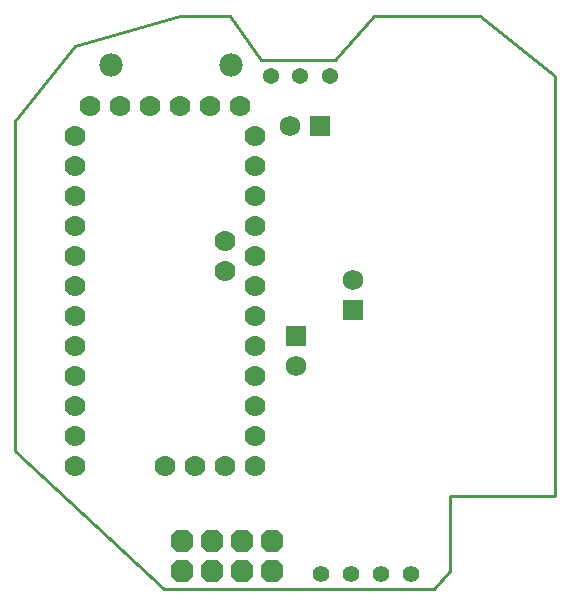
<source format=gbs>
G75*
%MOIN*%
%OFA0B0*%
%FSLAX25Y25*%
%IPPOS*%
%LPD*%
%AMOC8*
5,1,8,0,0,1.08239X$1,22.5*
%
%ADD10C,0.01000*%
%ADD11C,0.07000*%
%ADD12C,0.07800*%
%ADD13C,0.05550*%
%ADD14C,0.05400*%
%ADD15OC8,0.07600*%
%ADD16R,0.06900X0.06900*%
%ADD17C,0.06900*%
D10*
X0001500Y0051000D02*
X0001500Y0161000D01*
X0021500Y0186000D01*
X0056500Y0196000D01*
X0073000Y0196000D01*
X0083606Y0181425D01*
X0108106Y0181425D01*
X0121000Y0196000D01*
X0156500Y0196000D01*
X0181500Y0176000D01*
X0181500Y0036000D01*
X0146500Y0036000D01*
X0146500Y0011000D01*
X0141000Y0005000D01*
X0051000Y0005000D01*
X0001500Y0051000D01*
D11*
X0021500Y0046000D03*
X0021500Y0056000D03*
X0021500Y0066000D03*
X0021500Y0076000D03*
X0021500Y0086000D03*
X0021500Y0096000D03*
X0021500Y0106000D03*
X0021500Y0116000D03*
X0021500Y0126000D03*
X0021500Y0136000D03*
X0021500Y0146000D03*
X0021500Y0156000D03*
X0026500Y0166000D03*
X0036500Y0166000D03*
X0046500Y0166000D03*
X0056500Y0166000D03*
X0066500Y0166000D03*
X0076500Y0166000D03*
X0081500Y0156000D03*
X0081500Y0146000D03*
X0081500Y0136000D03*
X0081500Y0126000D03*
X0081500Y0116000D03*
X0081500Y0106000D03*
X0081500Y0096000D03*
X0081500Y0086000D03*
X0081500Y0076000D03*
X0081500Y0066000D03*
X0081500Y0056000D03*
X0081500Y0046000D03*
X0071500Y0046000D03*
X0061500Y0046000D03*
X0051500Y0046000D03*
X0071500Y0111000D03*
X0071500Y0121000D03*
D12*
X0073587Y0179547D03*
X0033587Y0179547D03*
D13*
X0103500Y0010000D03*
X0113500Y0010000D03*
X0123500Y0010000D03*
X0133500Y0010000D03*
D14*
X0106343Y0176000D03*
X0096500Y0176000D03*
X0086657Y0176000D03*
D15*
X0087000Y0021000D03*
X0087000Y0011000D03*
X0077000Y0011000D03*
X0077000Y0021000D03*
X0067000Y0021000D03*
X0067000Y0011000D03*
X0057000Y0011000D03*
X0057000Y0021000D03*
D16*
X0095276Y0089421D03*
X0114173Y0097925D03*
X0103000Y0159500D03*
D17*
X0093000Y0159500D03*
X0114173Y0107925D03*
X0095276Y0079421D03*
M02*

</source>
